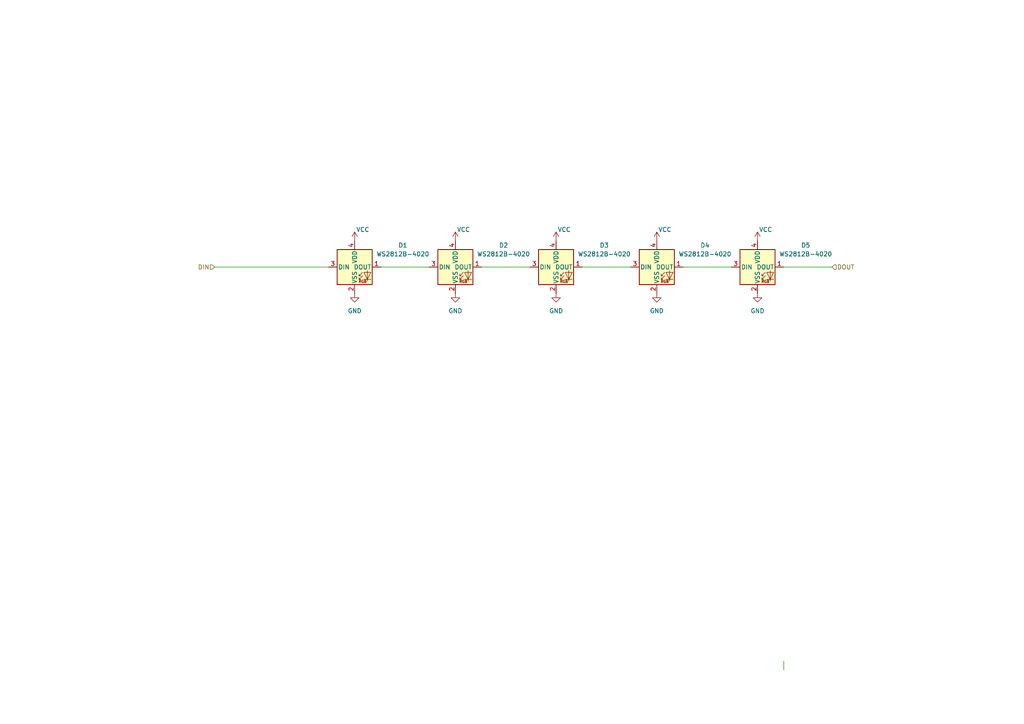
<source format=kicad_sch>
(kicad_sch (version 20250114) (generator "eeschema") (generator_version "9.0")
  (paper "A4")
  (title_block (title "WS2812 addressable LED chain") (date "2025-04-27") (rev "1.0"))
  (lib_symbols
    (symbol "LED:WS2812B-2020" (pin_names (offset 0.254))
      (property "Reference" "D" (at 5.08 5.715 0))
      (property "Value" "WS2812B-2020" (at 1.27 -5.715 0))
      (symbol "WS2812B-2020_0_0"
        (text "RGB" (at 2.286 -4.191 0) (effects (font (size 0.762 0.762))))
      )
      (symbol "WS2812B-2020_0_1"
        (polyline (pts (xy 1.27 -2.54) (xy 1.778 -2.54)))
        (polyline (pts (xy 1.27 -3.556) (xy 1.778 -3.556)))
        (polyline (pts (xy 2.286 -1.524) (xy 1.27 -2.54) (xy 1.27 -2.032)))
        (polyline (pts (xy 2.286 -2.54) (xy 1.27 -3.556) (xy 1.27 -3.048)))
        (polyline (pts (xy 3.683 -1.016) (xy 3.683 -3.556) (xy 3.683 -4.064)))
        (polyline (pts (xy 4.699 -1.524) (xy 2.667 -1.524) (xy 3.683 -3.556) (xy 4.699 -1.524)))
        (polyline (pts (xy 4.699 -3.556) (xy 2.667 -3.556)))
        (rectangle (start 5.08 5.08) (end -5.08 -5.08) (stroke (width 0.254)) (fill (type background)))
      )
      (symbol "WS2812B-2020_1_1"
        (pin input line (at -7.62 0 0) (length 2.54) (name "DIN") (number "3"))
        (pin power_in line (at 0 7.62 270) (length 2.54) (name "VDD") (number "4"))
        (pin power_in line (at 0 -7.62 90) (length 2.54) (name "VSS") (number "2"))
        (pin output line (at 7.62 0 180) (length 2.54) (name "DOUT") (number "1"))
      )
    )
    (symbol "power:GND" (power) (pin_numbers (hide yes)) (pin_names (offset 0) (hide yes))
      (property "Value" "GND" (at 0 -3.81 0))
      (symbol "GND_0_1"
        (polyline (pts (xy 0 0) (xy 0 -1.27) (xy 1.27 -1.27) (xy 0 -2.54) (xy -1.27 -1.27) (xy 0 -1.27)))
      )
      (symbol "GND_1_1"
        (pin power_in line (at 0 0 270) (length 0) (name "~") (number "1"))
      )
    )
    (symbol "power:VCC" (power) (pin_names (offset 0))
      (property "Value" "VCC" (at 0 3.81 0))
      (symbol "VCC_0_1"
        (polyline (pts (xy -0.762 1.27) (xy 0 2.54)))
        (polyline (pts (xy 0 2.54) (xy 0.762 1.27)))
        (polyline (pts (xy 0 0) (xy 0 2.54)))
      )
      (symbol "VCC_1_1"
        (pin power_in line (at 0 0 90) (length 0) (hide yes) (name "VCC") (number "1"))
      )
    )
  )
  (wire (pts (xy 227.33 194.31) (xy 227.33 191.77)))
  (wire (pts (xy 168.91 77.47) (xy 182.88 77.47)))
  (wire (pts (xy 110.49 77.47) (xy 124.46 77.47)))
  (wire (pts (xy 227.33 77.47) (xy 241.3 77.47)))
  (wire (pts (xy 139.7 77.47) (xy 153.67 77.47)))
  (wire (pts (xy 198.12 77.47) (xy 212.09 77.47)))
  (wire (pts (xy 62.23 77.47) (xy 95.25 77.47)))
  (hierarchical_label "DIN" (shape input) (at 62.23 77.47 180))
  (hierarchical_label "DOUT" (shape input) (at 241.3 77.47 0))
  (symbol (lib_id "LED:WS2812B-2020") (at 102.87 77.47 0) (unit 1)
    (property "Reference" "D1" (at 116.84 71.1514 0))
    (property "Value" "WS2812B-4020" (at 116.84 73.6914 0))
    (property "Footprint" "Opto:WS2812B-4020" (effects (hide yes)))
    (property "Datasheet" "https://cdn-shop.adafruit.com/product-files/4684/4684_WS2812B-2020_V1.3_EN.pdf" (effects (hide yes)))
    (property "Description" "RGB LED with integrated controller, 2.0 x 2.0 mm, 12 mA" (effects (hide yes)))
    (property "LCSC" "C965557" (effects (hide yes)))
  )
  (symbol (lib_id "power:VCC") (at 161.29 69.85 0) (unit 1)
    (property "Reference" "#PWR016" (effects (hide yes)))
    (property "Value" "VCC" (at 161.7218 66.5988 0) (effects (justify left)))
  )
  (symbol (lib_id "power:GND") (at 161.29 85.09 0) (unit 1)
    (property "Reference" "#PWR061" (effects (hide yes)))
    (property "Value" "GND" (at 161.29 90.17 0))
    (property "Description" "Power symbol creates a global label with name \"GND\" , ground" (effects (hide yes)))
  )
  (symbol (lib_id "power:GND") (at 190.5 85.09 0) (unit 1)
    (property "Reference" "#PWR069" (effects (hide yes)))
    (property "Value" "GND" (at 190.5 90.17 0))
    (property "Description" "Power symbol creates a global label with name \"GND\" , ground" (effects (hide yes)))
  )
  (symbol (lib_id "power:GND") (at 102.87 85.09 0) (unit 1)
    (property "Reference" "#PWR045" (effects (hide yes)))
    (property "Value" "GND" (at 102.87 90.17 0))
    (property "Description" "Power symbol creates a global label with name \"GND\" , ground" (effects (hide yes)))
  )
  (symbol (lib_id "LED:WS2812B-2020") (at 161.29 77.47 0) (unit 1)
    (property "Reference" "D3" (at 175.26 71.1514 0))
    (property "Value" "WS2812B-4020" (at 175.26 73.6914 0))
    (property "Footprint" "Opto:WS2812B-4020" (effects (hide yes)))
    (property "Datasheet" "https://cdn-shop.adafruit.com/product-files/4684/4684_WS2812B-2020_V1.3_EN.pdf" (effects (hide yes)))
    (property "Description" "RGB LED with integrated controller, 2.0 x 2.0 mm, 12 mA" (effects (hide yes)))
    (property "LCSC" "C965557" (effects (hide yes)))
  )
  (symbol (lib_id "power:VCC") (at 132.08 69.85 0) (unit 1)
    (property "Reference" "#PWR015" (effects (hide yes)))
    (property "Value" "VCC" (at 132.5118 66.5988 0) (effects (justify left)))
  )
  (symbol (lib_id "power:GND") (at 219.71 85.09 0) (unit 1)
    (property "Reference" "#PWR047" (effects (hide yes)))
    (property "Value" "GND" (at 219.71 90.17 0))
    (property "Description" "Power symbol creates a global label with name \"GND\" , ground" (effects (hide yes)))
  )
  (symbol (lib_id "LED:WS2812B-2020") (at 219.71 77.47 0) (unit 1)
    (property "Reference" "D5" (at 233.68 71.1514 0))
    (property "Value" "WS2812B-4020" (at 233.68 73.6914 0))
    (property "Footprint" "Opto:WS2812B-4020" (effects (hide yes)))
    (property "Datasheet" "https://cdn-shop.adafruit.com/product-files/4684/4684_WS2812B-2020_V1.3_EN.pdf" (effects (hide yes)))
    (property "Description" "RGB LED with integrated controller, 2.0 x 2.0 mm, 12 mA" (effects (hide yes)))
    (property "LCSC" "C965557" (effects (hide yes)))
  )
  (symbol (lib_id "power:VCC") (at 102.87 69.85 0) (unit 1)
    (property "Reference" "#PWR014" (effects (hide yes)))
    (property "Value" "VCC" (at 103.3018 66.5988 0) (effects (justify left)))
  )
  (symbol (lib_id "power:GND") (at 132.08 85.09 0) (unit 1)
    (property "Reference" "#PWR053" (effects (hide yes)))
    (property "Value" "GND" (at 132.08 90.17 0))
    (property "Description" "Power symbol creates a global label with name \"GND\" , ground" (effects (hide yes)))
  )
  (symbol (lib_id "power:VCC") (at 190.5 69.85 0) (unit 1)
    (property "Reference" "#PWR017" (effects (hide yes)))
    (property "Value" "VCC" (at 190.9318 66.5988 0) (effects (justify left)))
  )
  (symbol (lib_id "power:VCC") (at 219.71 69.85 0) (unit 1)
    (property "Reference" "#PWR018" (effects (hide yes)))
    (property "Value" "VCC" (at 220.1418 66.5988 0) (effects (justify left)))
  )
  (symbol (lib_id "LED:WS2812B-2020") (at 190.5 77.47 0) (unit 1)
    (property "Reference" "D4" (at 204.47 71.1514 0))
    (property "Value" "WS2812B-4020" (at 204.47 73.6914 0))
    (property "Footprint" "Opto:WS2812B-4020" (effects (hide yes)))
    (property "Datasheet" "https://cdn-shop.adafruit.com/product-files/4684/4684_WS2812B-2020_V1.3_EN.pdf" (effects (hide yes)))
    (property "Description" "RGB LED with integrated controller, 2.0 x 2.0 mm, 12 mA" (effects (hide yes)))
    (property "LCSC" "C965557" (effects (hide yes)))
  )
  (symbol (lib_id "LED:WS2812B-2020") (at 132.08 77.47 0) (unit 1)
    (property "Reference" "D2" (at 146.05 71.1514 0))
    (property "Value" "WS2812B-4020" (at 146.05 73.6914 0))
    (property "Footprint" "Opto:WS2812B-4020" (effects (hide yes)))
    (property "Datasheet" "https://cdn-shop.adafruit.com/product-files/4684/4684_WS2812B-2020_V1.3_EN.pdf" (effects (hide yes)))
    (property "Description" "RGB LED with integrated controller, 2.0 x 2.0 mm, 12 mA" (effects (hide yes)))
    (property "LCSC" "C965557" (effects (hide yes)))
  )
)
</source>
